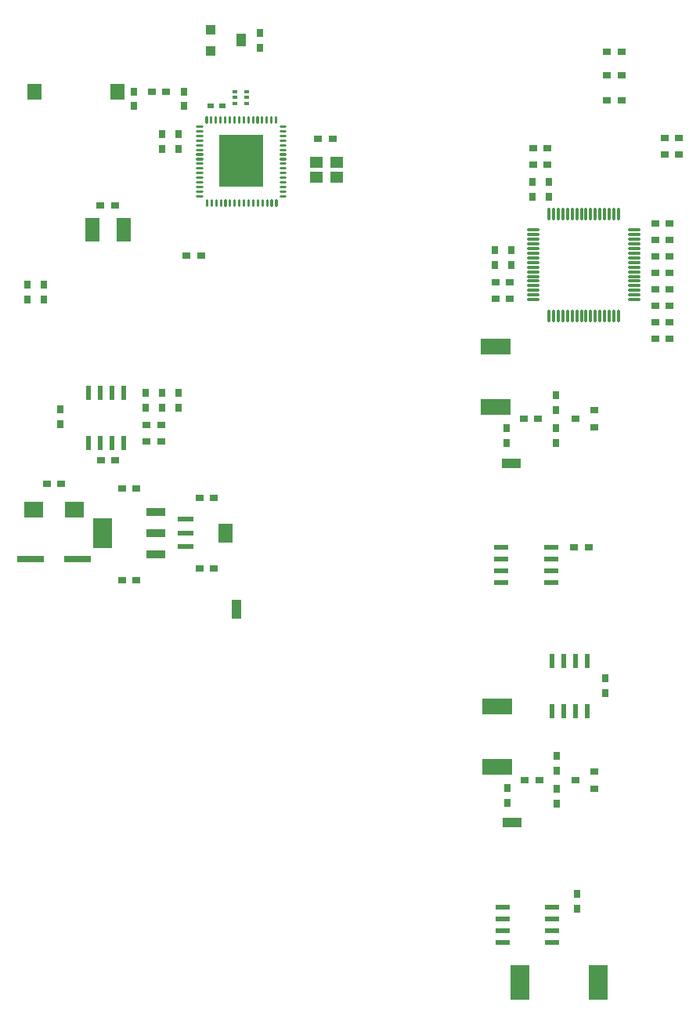
<source format=gtp>
*
*
G04 PADS 9.3.1 Build Number: 456998 generated Gerber (RS-274-X) file*
G04 PC Version=2.1*
*
%IN "remoteMonitor.pcb"*%
*
%MOIN*%
*
%FSLAX35Y35*%
*
*
*
*
G04 PC Standard Apertures*
*
*
G04 Thermal Relief Aperture macro.*
%AMTER*
1,1,$1,0,0*
1,0,$1-$2,0,0*
21,0,$3,$4,0,0,45*
21,0,$3,$4,0,0,135*
%
*
*
G04 Annular Aperture macro.*
%AMANN*
1,1,$1,0,0*
1,0,$2,0,0*
%
*
*
G04 Odd Aperture macro.*
%AMODD*
1,1,$1,0,0*
1,0,$1-0.005,0,0*
%
*
*
G04 PC Custom Aperture Macros*
*
*
*
*
*
*
G04 PC Aperture Table*
*
%ADD010C,0.001*%
%ADD018R,0.038X0.03*%
%ADD038R,0.03X0.038*%
%ADD052C,0.00945*%
%ADD053R,0.18701X0.22244*%
%ADD054R,0.02362X0.01181*%
%ADD055R,0.05906X0.07087*%
%ADD058R,0.025X0.02*%
%ADD059R,0.07874X0.14764*%
%ADD061R,0.06102X0.02362*%
%ADD064R,0.035X0.028*%
%ADD065R,0.11811X0.0315*%
%ADD066R,0.07008X0.02362*%
%ADD067R,0.05906X0.07874*%
%ADD070R,0.082X0.07*%
%ADD071R,0.04331X0.04331*%
%ADD072R,0.04331X0.05512*%
%ADD073R,0.02362X0.06102*%
%ADD074R,0.05512X0.04528*%
%ADD075R,0.08465X0.03543*%
%ADD076R,0.08465X0.12795*%
%ADD078R,0.06X0.1*%
%ADD116O,0.0126X0.05512*%
%ADD117O,0.05512X0.0126*%
%ADD121R,0.125X0.065*%
%ADD122R,0.04X0.04*%
*
*
*
*
G04 PC Circuitry*
G04 Layer Name remoteMonitor.pcb - circuitry*
%LPD*%
*
*
G04 PC Custom Flashes*
G04 Layer Name remoteMonitor.pcb - flashes*
%LPD*%
*
*
G04 PC Circuitry*
G04 Layer Name remoteMonitor.pcb - circuitry*
%LPD*%
*
G54D10*
G54D18*
G01X146974Y465284D03*
X140774D03*
X166600Y372000D03*
X160400D03*
X362600Y510000D03*
X356400D03*
X362600Y520500D03*
X356400D03*
X362600Y530500D03*
X356400D03*
X387100Y487000D03*
X380900D03*
X183600Y444000D03*
X177400D03*
X160400Y365000D03*
X166600D03*
X320900Y374500D03*
X327100D03*
X140900Y357000D03*
X147100D03*
X124100Y347000D03*
X117900D03*
X156100Y306000D03*
X149900D03*
X156100Y345000D03*
X149900D03*
X182900Y311000D03*
X189100D03*
X182900Y341000D03*
X189100D03*
X376900Y408500D03*
X383100D03*
X376900Y436500D03*
X383100D03*
X376900Y429500D03*
X383100D03*
X376900Y443500D03*
X383100D03*
X376900Y450500D03*
X383100D03*
X376900Y457500D03*
X383100D03*
X376900Y422500D03*
X383100D03*
X376900Y415500D03*
X383100D03*
X342400Y320000D03*
X348600D03*
X315100Y432500D03*
X308900D03*
X315100Y425500D03*
X308900D03*
X168739Y513689D03*
X162539D03*
X380900Y494000D03*
X387100D03*
X239600Y493500D03*
X233400D03*
X324900Y482500D03*
X331100D03*
X324900Y489500D03*
X331100D03*
X321400Y221000D03*
X327600D03*
G54D38*
X109500Y431600D03*
Y425400D03*
X174000Y489400D03*
Y495600D03*
X167000Y489400D03*
Y495600D03*
X116500Y431600D03*
Y425400D03*
X160000Y379400D03*
Y385600D03*
X313500Y364400D03*
Y370600D03*
X334500D03*
Y364400D03*
X167000Y385600D03*
Y379400D03*
X334500Y378400D03*
Y384600D03*
X174000Y385600D03*
Y379400D03*
X355500Y257900D03*
Y264100D03*
X315500Y439900D03*
Y446100D03*
X308500Y439900D03*
Y446100D03*
X324500Y468900D03*
Y475100D03*
X331500Y468900D03*
Y475100D03*
X343500Y166400D03*
Y172600D03*
X208500Y538600D03*
Y532400D03*
X176166Y513677D03*
Y507477D03*
X155141Y513672D03*
Y507472D03*
X123500Y378600D03*
Y372400D03*
X335000Y224900D03*
Y231100D03*
X314000Y211400D03*
Y217600D03*
X335000Y217100D03*
Y210900D03*
G54D52*
X215343Y502937D02*
X215382D01*
Y500732*
X215343*
Y502937*
Y501575D02*
X215382D01*
X215343Y502520D02*
X215382D01*
X213374Y502937D02*
X213414D01*
Y500732*
X213374*
Y502937*
Y501575D02*
X213414D01*
X213374Y502520D02*
X213414D01*
X213386Y500732D02*
Y502937D01*
X211406D02*
X211445D01*
Y500732*
X211406*
Y502937*
Y501575D02*
X211445D01*
X211406Y502520D02*
X211445D01*
X209437Y502937D02*
X209477D01*
Y500732*
X209437*
Y502937*
Y501575D02*
X209477D01*
X209437Y502520D02*
X209477D01*
X207469Y502937D02*
X207508D01*
Y500732*
X207469*
Y502937*
Y501575D02*
X207508D01*
X207469Y502520D02*
X207508D01*
X205500Y502937D02*
X205540D01*
Y500732*
X205500*
Y502937*
Y501575D02*
X205540D01*
X205500Y502520D02*
X205540D01*
X203532Y502937D02*
X203571D01*
Y500732*
X203532*
Y502937*
Y501575D02*
X203571D01*
X203532Y502520D02*
X203571D01*
X201563Y502937D02*
X201603D01*
Y500732*
X201563*
Y502937*
Y501575D02*
X201603D01*
X201563Y502520D02*
X201603D01*
X199595Y502937D02*
X199634D01*
Y500732*
X199595*
Y502937*
Y501575D02*
X199634D01*
X199595Y502520D02*
X199634D01*
X197626Y502937D02*
X197666D01*
Y500732*
X197626*
Y502937*
Y501575D02*
X197666D01*
X197626Y502520D02*
X197666D01*
X195658Y502937D02*
X195697D01*
Y500732*
X195658*
Y502937*
Y501575D02*
X195697D01*
X195658Y502520D02*
X195697D01*
X193689Y502937D02*
X193729D01*
Y500732*
X193689*
Y502937*
Y501575D02*
X193729D01*
X193689Y502520D02*
X193729D01*
X191721Y502937D02*
X191760D01*
Y500732*
X191721*
Y502937*
Y501575D02*
X191760D01*
X191721Y502520D02*
X191760D01*
X189752Y502937D02*
X189792D01*
Y500732*
X189752*
Y502937*
Y501575D02*
X189792D01*
X189752Y502520D02*
X189792D01*
X189764Y500732D02*
Y502937D01*
X187784D02*
X187823D01*
Y500732*
X187784*
Y502937*
Y501575D02*
X187823D01*
X187784Y502520D02*
X187823D01*
X185815Y502937D02*
X185855D01*
Y500732*
X185815*
Y502937*
Y501575D02*
X185855D01*
X185815Y502520D02*
X185855D01*
X181780Y498862D02*
Y498901D01*
X183985*
Y498862*
X181780*
X182205D02*
Y498901D01*
X183150Y498862D02*
Y498901D01*
X181780Y496894D02*
Y496933D01*
X183985*
Y496894*
X181780*
X182205D02*
Y496933D01*
X183150Y496894D02*
Y496933D01*
X181780Y494925D02*
Y494964D01*
X183985*
Y494925*
X181780*
Y494961D02*
X183985D01*
X182205Y494925D02*
Y494964D01*
X183150Y494925D02*
Y494964D01*
X181780Y492957D02*
Y492996D01*
X183985*
Y492957*
X181780*
X182205D02*
Y492996D01*
X183150Y492957D02*
Y492996D01*
X181780Y490988D02*
Y491027D01*
X183985*
Y490988*
X181780*
X182205D02*
Y491027D01*
X183150Y490988D02*
Y491027D01*
X181780Y489020D02*
Y489059D01*
X183985*
Y489020*
X181780*
X182205D02*
Y489059D01*
X183150Y489020D02*
Y489059D01*
X181780Y487051D02*
Y487090D01*
X183985*
Y487051*
X181780*
X182205D02*
Y487090D01*
X183150Y487051D02*
Y487090D01*
X181780Y485083D02*
Y485122D01*
X183985*
Y485083*
X181780*
X182205D02*
Y485122D01*
X183150Y485083D02*
Y485122D01*
X181780Y483114D02*
Y483153D01*
X183985*
Y483114*
X181780*
X182205D02*
Y483153D01*
X183150Y483114D02*
Y483153D01*
X181780Y481146D02*
Y481185D01*
X183985*
Y481146*
X181780*
X182205D02*
Y481185D01*
X183150Y481146D02*
Y481185D01*
X181780Y479177D02*
Y479216D01*
X183985*
Y479177*
X181780*
X182205D02*
Y479216D01*
X183150Y479177D02*
Y479216D01*
X181780Y477209D02*
Y477248D01*
X183985*
Y477209*
X181780*
X182205D02*
Y477248D01*
X183150Y477209D02*
Y477248D01*
X181780Y475240D02*
Y475279D01*
X183985*
Y475240*
X181780*
X182205D02*
Y475279D01*
X183150Y475240D02*
Y475279D01*
X181780Y473272D02*
Y473311D01*
X183985*
Y473272*
X181780*
X182205D02*
Y473311D01*
X183150Y473272D02*
Y473311D01*
X181780Y471303D02*
Y471342D01*
X183985*
Y471303*
X181780*
Y471339D02*
X183985D01*
X182205Y471303D02*
Y471342D01*
X183150Y471303D02*
Y471342D01*
X181780Y469335D02*
Y469374D01*
X183985*
Y469335*
X181780*
X182205D02*
Y469374D01*
X183150Y469335D02*
Y469374D01*
X185934Y467504D02*
X185973D01*
Y465299*
X185934*
Y467504*
Y465669D02*
X185973D01*
X185934Y466614D02*
X185973D01*
X187902Y467504D02*
X187941D01*
Y465299*
X187902*
Y467504*
Y465669D02*
X187941D01*
X187902Y466614D02*
X187941D01*
X189871Y467504D02*
X189910D01*
Y465299*
X189871*
Y467504*
Y465669D02*
X189910D01*
X189871Y466614D02*
X189910D01*
X191839Y467504D02*
X191878D01*
Y465299*
X191839*
Y467504*
Y465669D02*
X191878D01*
X191839Y466614D02*
X191878D01*
X193808Y467504D02*
X193847D01*
Y465299*
X193808*
Y467504*
Y465669D02*
X193847D01*
X193808Y466614D02*
X193847D01*
X195776Y467504D02*
X195815D01*
Y465299*
X195776*
Y467504*
Y465669D02*
X195815D01*
X195776Y466614D02*
X195815D01*
X197745Y467504D02*
X197784D01*
Y465299*
X197745*
Y467504*
Y465669D02*
X197784D01*
X197745Y466614D02*
X197784D01*
X199713Y467504D02*
X199752D01*
Y465299*
X199713*
Y467504*
Y465669D02*
X199752D01*
X199713Y466614D02*
X199752D01*
X201682Y467504D02*
X201721D01*
Y465299*
X201682*
Y467504*
Y465669D02*
X201721D01*
X201682Y466614D02*
X201721D01*
X203650Y467504D02*
X203689D01*
Y465299*
X203650*
Y467504*
Y465669D02*
X203689D01*
X203650Y466614D02*
X203689D01*
X205619Y467504D02*
X205658D01*
Y465299*
X205619*
Y467504*
Y465669D02*
X205658D01*
X205619Y466614D02*
X205658D01*
X207587Y467504D02*
X207626D01*
Y465299*
X207587*
Y467504*
Y465669D02*
X207626D01*
X207587Y466614D02*
X207626D01*
X209556Y467504D02*
X209595D01*
Y465299*
X209556*
Y467504*
Y465669D02*
X209595D01*
X209556Y466614D02*
X209595D01*
X211524Y467504D02*
X211563D01*
Y465299*
X211524*
Y467504*
Y465669D02*
X211563D01*
X211524Y466614D02*
X211563D01*
X213493Y467504D02*
X213532D01*
Y465299*
X213493*
Y467504*
Y465669D02*
X213532D01*
X213493Y466614D02*
X213532D01*
X215461Y467504D02*
X215500D01*
Y465299*
X215461*
Y467504*
Y465669D02*
X215500D01*
X215461Y466614D02*
X215500D01*
X217213Y469335D02*
Y469374D01*
X219418*
Y469335*
X217213*
X218110D02*
Y469374D01*
X219055Y469335D02*
Y469374D01*
X217213Y471303D02*
Y471342D01*
X219418*
Y471303*
X217213*
Y471339D02*
X219418D01*
X218110Y471303D02*
Y471342D01*
X219055Y471303D02*
Y471342D01*
X217213Y473272D02*
Y473311D01*
X219418*
Y473272*
X217213*
X218110D02*
Y473311D01*
X219055Y473272D02*
Y473311D01*
X217213Y475240D02*
Y475279D01*
X219418*
Y475240*
X217213*
X218110D02*
Y475279D01*
X219055Y475240D02*
Y475279D01*
X217213Y477209D02*
Y477248D01*
X219418*
Y477209*
X217213*
X218110D02*
Y477248D01*
X219055Y477209D02*
Y477248D01*
X217213Y479177D02*
Y479216D01*
X219418*
Y479177*
X217213*
X218110D02*
Y479216D01*
X219055Y479177D02*
Y479216D01*
X217213Y481146D02*
Y481185D01*
X219418*
Y481146*
X217213*
X218110D02*
Y481185D01*
X219055Y481146D02*
Y481185D01*
X217213Y483114D02*
Y483153D01*
X219418*
Y483114*
X217213*
X218110D02*
Y483153D01*
X219055Y483114D02*
Y483153D01*
X217213Y485083D02*
Y485122D01*
X219418*
Y485083*
X217213*
X218110D02*
Y485122D01*
X219055Y485083D02*
Y485122D01*
X217213Y487051D02*
Y487090D01*
X219418*
Y487051*
X217213*
X218110D02*
Y487090D01*
X219055Y487051D02*
Y487090D01*
X217213Y489020D02*
Y489059D01*
X219418*
Y489020*
X217213*
X218110D02*
Y489059D01*
X219055Y489020D02*
Y489059D01*
X217213Y490988D02*
Y491027D01*
X219418*
Y490988*
X217213*
X218110D02*
Y491027D01*
X219055Y490988D02*
Y491027D01*
X217213Y492957D02*
Y492996D01*
X219418*
Y492957*
X217213*
X218110D02*
Y492996D01*
X219055Y492957D02*
Y492996D01*
X217213Y494925D02*
Y494964D01*
X219418*
Y494925*
X217213*
Y494961D02*
X219418D01*
X218110Y494925D02*
Y494964D01*
X219055Y494925D02*
Y494964D01*
X217213Y496894D02*
Y496933D01*
X219418*
Y496894*
X217213*
X218110D02*
Y496933D01*
X219055Y496894D02*
Y496933D01*
X217213Y498862D02*
Y498901D01*
X219418*
Y498862*
X217213*
X218110D02*
Y498901D01*
X219055Y498862D02*
Y498901D01*
G54D53*
X200599Y484118D03*
G54D54*
X198138Y513677D03*
Y511118D03*
Y508559D03*
X203059D03*
Y511118D03*
Y513677D03*
G54D55*
X148151D03*
X112718D03*
G54D58*
X192753Y507677D03*
X187753D03*
G54D59*
X319268Y135000D03*
X352732D03*
G54D61*
X311870Y167000D03*
Y162000D03*
Y157000D03*
Y152000D03*
X333130D03*
Y157000D03*
Y162000D03*
Y167000D03*
X311370Y320000D03*
Y315000D03*
Y310000D03*
Y305000D03*
X332630D03*
Y310000D03*
Y315000D03*
Y320000D03*
G54D64*
X350950Y370800D03*
Y378200D03*
X343050Y374500D03*
X350950Y217300D03*
Y224700D03*
X343050Y221000D03*
G54D65*
X131000Y315000D03*
X111000D03*
G54D66*
X177073Y331906D03*
Y326000D03*
Y320094D03*
G54D67*
X193874Y326000D03*
G54D70*
X129600Y336000D03*
X112400D03*
G54D71*
X187504Y530972D03*
Y540028D03*
G54D72*
X200496Y535500D03*
G54D73*
X135500Y364370D03*
X140500D03*
X145500D03*
X150500D03*
Y385630D03*
X145500D03*
X140500D03*
X135500D03*
X348000Y271630D03*
X343000D03*
X338000D03*
X333000D03*
Y250370D03*
X338000D03*
X343000D03*
X348000D03*
G54D74*
X241331Y483650D03*
X232669D03*
Y477350D03*
X241331D03*
G54D75*
X164417Y316945D03*
Y326000D03*
Y335055D03*
G54D76*
X141583Y326000D03*
G54D78*
X150723Y454774D03*
X137223D03*
G54D116*
X331736Y418346D03*
X333705D03*
X335673D03*
X337642D03*
X339610D03*
X341579D03*
X343547D03*
X345516D03*
X347484D03*
X349453D03*
X351421D03*
X353390D03*
X355358D03*
X357327D03*
X359295D03*
X361264D03*
Y461654D03*
X359295D03*
X357327D03*
X355358D03*
X353390D03*
X351421D03*
X349453D03*
X347484D03*
X345516D03*
X343547D03*
X341579D03*
X339610D03*
X337642D03*
X335673D03*
X333705D03*
X331736D03*
G54D117*
X368154Y425236D03*
Y427205D03*
Y429173D03*
Y431142D03*
Y433110D03*
Y435079D03*
Y437047D03*
Y439016D03*
Y440984D03*
Y442953D03*
Y444921D03*
Y446890D03*
Y448858D03*
Y450827D03*
Y452795D03*
Y454764D03*
X324846D03*
Y452795D03*
Y450827D03*
Y448858D03*
Y446890D03*
Y444921D03*
Y442953D03*
Y440984D03*
Y439016D03*
Y437047D03*
Y435079D03*
Y433110D03*
Y431142D03*
Y429173D03*
Y427205D03*
Y425236D03*
G54D121*
X309000Y379750D03*
Y405250D03*
X309500Y226750D03*
Y252250D03*
G54D122*
X198500Y291500D03*
Y295500D03*
X313500Y355500D03*
X317500D03*
X314000Y203000D03*
X318000D03*
X0Y0D02*
M02*

</source>
